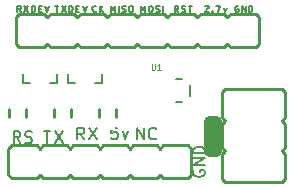
<source format=gto>
G04 --- HEADER BEGIN --- *
%TF.GenerationSoftware,LibrePCB,LibrePCB,0.1.3*%
%TF.CreationDate,2020-05-07T14:01:14*%
%TF.ProjectId,SprigFTDI - default,c1b4763c-5183-4b8f-a850-9e664554c68f,v1*%
%TF.Part,Single*%
%FSLAX66Y66*%
%MOMM*%
G01*
G74*
G04 --- HEADER END --- *
G04 --- APERTURE LIST BEGIN --- *
%ADD10C,0.25*%
%ADD11C,0.1524*%
%ADD12C,0.2*%
%ADD13C,0.1*%
%ADD14C,0.9*%
%ADD15O,1.787X2.39*%
%ADD16R,1.787X2.39*%
%ADD17R,1.2X1.6*%
%ADD18R,1.7X1.5*%
%ADD19R,1.45X0.95*%
%ADD20R,1.5X1.7*%
%ADD21R,1.26X0.85*%
%ADD22O,2.39X1.787*%
%ADD23R,2.39X1.787*%
G04 --- APERTURE LIST END --- *
G04 --- BOARD BEGIN --- *
D10*
X21445000Y11940000D02*
X19320000Y11940000D01*
X19050000Y12210000D01*
X18780000Y11940000D01*
X16780000Y11940000D01*
X16510000Y12210000D01*
X16240000Y11940000D01*
X14240000Y11940000D01*
X13970000Y12210000D01*
X13700000Y11940000D01*
X11700000Y11940000D01*
X11430000Y12210000D01*
X11160000Y11940000D01*
X9160000Y11940000D01*
X8890000Y12210000D01*
X8620000Y11940000D01*
X6620000Y11940000D01*
X6350000Y12210000D01*
X6080000Y11940000D01*
X4080000Y11940000D01*
X3810000Y12210000D01*
X3540000Y11940000D01*
X1415000Y11940000D01*
X1145000Y12210000D01*
X1145000Y14460000D01*
X1415000Y14730000D01*
X3540000Y14730000D01*
X3810000Y14460000D01*
X4080000Y14730000D01*
X6080000Y14730000D01*
X6350000Y14460000D01*
X6620000Y14730000D01*
X8620000Y14730000D01*
X8890000Y14460000D01*
X9160000Y14730000D01*
X11160000Y14730000D01*
X11430000Y14460000D01*
X11700000Y14730000D01*
X13700000Y14730000D01*
X13970000Y14460000D01*
X14240000Y14730000D01*
X16240000Y14730000D01*
X16510000Y14460000D01*
X16780000Y14730000D01*
X18780000Y14730000D01*
X19050000Y14460000D01*
X19320000Y14730000D01*
X21445000Y14730000D01*
X21715000Y14460000D01*
X21715000Y12210000D01*
X21445000Y11940000D01*
D11*
X1752600Y8864600D02*
X1752600Y9677400D01*
X4597400Y9677400D02*
X4597400Y8864600D01*
X4597400Y8864600D02*
X4038600Y8864600D01*
X2311400Y8864600D02*
X1752600Y8864600D01*
D10*
X5830000Y6025000D02*
X5830000Y6675000D01*
X4330000Y6025000D02*
X4330000Y6675000D01*
D12*
X14685000Y9205000D02*
X15160000Y9205000D01*
X14685000Y7305000D02*
X15160000Y7305000D01*
X15872500Y8730000D02*
X15872500Y7780000D01*
D10*
X9640000Y6025000D02*
X9640000Y6675000D01*
X8140000Y6025000D02*
X8140000Y6675000D01*
D11*
X5562600Y8864600D02*
X5562600Y9677400D01*
X8407400Y9677400D02*
X8407400Y8864600D01*
X8407400Y8864600D02*
X7848600Y8864600D01*
X6121400Y8864600D02*
X5562600Y8864600D01*
D10*
X23937500Y8110000D02*
X23937500Y5985000D01*
X23667500Y5715000D01*
X23937500Y5445000D01*
X23937500Y3445000D01*
X23667500Y3175000D01*
X23937500Y2905000D01*
X23937500Y780000D01*
X23667500Y510000D01*
X18877500Y510000D01*
X18607500Y780000D01*
X18607500Y2905000D01*
X18877500Y3175000D01*
X18607500Y3445000D01*
X18607500Y5445000D01*
X18877500Y5715000D01*
X18607500Y5985000D01*
X18607500Y8110000D01*
X18877500Y8380000D01*
X23667500Y8380000D01*
X23937500Y8110000D01*
X2020000Y6025000D02*
X2020000Y6675000D01*
X520000Y6025000D02*
X520000Y6675000D01*
X780000Y3617500D02*
X2905000Y3617500D01*
X3175000Y3347500D01*
X3445000Y3617500D01*
X5445000Y3617500D01*
X5715000Y3347500D01*
X5985000Y3617500D01*
X7985000Y3617500D01*
X8255000Y3347500D01*
X8525000Y3617500D01*
X10525000Y3617500D01*
X10795000Y3347500D01*
X11065000Y3617500D01*
X13065000Y3617500D01*
X13335000Y3347500D01*
X13605000Y3617500D01*
X15730000Y3617500D01*
X16000000Y3347500D01*
X16000000Y1097500D01*
X15730000Y827500D01*
X13605000Y827500D01*
X13335000Y1097500D01*
X13065000Y827500D01*
X11065000Y827500D01*
X10795000Y1097500D01*
X10525000Y827500D01*
X8525000Y827500D01*
X8255000Y1097500D01*
X7985000Y827500D01*
X5985000Y827500D01*
X5715000Y1097500D01*
X5445000Y827500D01*
X3445000Y827500D01*
X3175000Y1097500D01*
X2905000Y827500D01*
X780000Y827500D01*
X510000Y1097500D01*
X510000Y3347500D01*
X780000Y3617500D01*
D13*
X12631944Y10497500D02*
X12631944Y10092500D01*
X12655833Y10045278D01*
X12679722Y10021389D01*
X12726944Y9997500D01*
X12822500Y9997500D01*
X12870277Y10021389D01*
X12893611Y10045278D01*
X12917500Y10092500D01*
X12917500Y10497500D01*
X13403056Y9997500D02*
X13117500Y9997500D01*
X13260278Y9997500D02*
X13260278Y10497500D01*
X13212500Y10425833D01*
X13165278Y10378611D01*
X13117500Y10354722D01*
D14*
X17462500Y5715000D02*
X17462500Y5715000D01*
X17462500Y3175000D01*
X18097500Y3175000D01*
X18097500Y5715000D01*
X17462500Y5715000D01*
D12*
X1523611Y3810000D02*
X1190278Y4286667D01*
X952500Y3810000D02*
X952500Y4810000D01*
X1333611Y4810000D01*
X1429167Y4762222D01*
X1475833Y4714444D01*
X1523611Y4620000D01*
X1523611Y4476667D01*
X1475833Y4381111D01*
X1429167Y4333333D01*
X1333611Y4286667D01*
X952500Y4286667D01*
X1923611Y3857778D02*
X2066944Y3810000D01*
X2304722Y3810000D01*
X2400278Y3857778D01*
X2446944Y3905556D01*
X2494722Y4000000D01*
X2494722Y4095556D01*
X2446944Y4191111D01*
X2400278Y4238889D01*
X2304722Y4286667D01*
X2113611Y4333333D01*
X2019167Y4381111D01*
X1971389Y4428889D01*
X1923611Y4524444D01*
X1923611Y4620000D01*
X1971389Y4714444D01*
X2019167Y4762222D01*
X2113611Y4810000D01*
X2352500Y4810000D01*
X2494722Y4762222D01*
X11747500Y14922500D02*
X11747500Y15422500D01*
X11914167Y15065278D01*
X12080833Y15422500D01*
X12080833Y14922500D01*
X12499722Y15422500D02*
X12595277Y15422500D01*
X12642500Y15398611D01*
X12690277Y15350833D01*
X12714166Y15255833D01*
X12714166Y15089167D01*
X12690277Y14994167D01*
X12642500Y14946389D01*
X12595277Y14922500D01*
X12499722Y14922500D01*
X12452500Y14946389D01*
X12404722Y14994167D01*
X12380833Y15089167D01*
X12380833Y15255833D01*
X12404722Y15350833D01*
X12452500Y15398611D01*
X12499722Y15422500D01*
X13014166Y14946389D02*
X13085833Y14922500D01*
X13204722Y14922500D01*
X13252499Y14946389D01*
X13275833Y14970278D01*
X13299722Y15017500D01*
X13299722Y15065278D01*
X13275833Y15113056D01*
X13252499Y15136944D01*
X13204722Y15160833D01*
X13109166Y15184167D01*
X13061944Y15208056D01*
X13038055Y15231944D01*
X13014166Y15279722D01*
X13014166Y15327500D01*
X13038055Y15374722D01*
X13061944Y15398611D01*
X13109166Y15422500D01*
X13228610Y15422500D01*
X13299722Y15398611D01*
X13599722Y14922500D02*
X13599722Y15422500D01*
X9207500Y14922500D02*
X9207500Y15422500D01*
X9374167Y15065278D01*
X9540833Y15422500D01*
X9540833Y14922500D01*
X9840833Y14922500D02*
X9840833Y15422500D01*
X10140833Y14946389D02*
X10212500Y14922500D01*
X10331389Y14922500D01*
X10379166Y14946389D01*
X10402500Y14970278D01*
X10426389Y15017500D01*
X10426389Y15065278D01*
X10402500Y15113056D01*
X10379166Y15136944D01*
X10331389Y15160833D01*
X10235833Y15184167D01*
X10188611Y15208056D01*
X10164722Y15231944D01*
X10140833Y15279722D01*
X10140833Y15327500D01*
X10164722Y15374722D01*
X10188611Y15398611D01*
X10235833Y15422500D01*
X10355277Y15422500D01*
X10426389Y15398611D01*
X10845278Y15422500D02*
X10940833Y15422500D01*
X10988056Y15398611D01*
X11035833Y15350833D01*
X11059722Y15255833D01*
X11059722Y15089167D01*
X11035833Y14994167D01*
X10988056Y14946389D01*
X10940833Y14922500D01*
X10845278Y14922500D01*
X10798056Y14946389D01*
X10750278Y14994167D01*
X10726389Y15089167D01*
X10726389Y15255833D01*
X10750278Y15350833D01*
X10798056Y15398611D01*
X10845278Y15422500D01*
X11430000Y4127500D02*
X11430000Y5127500D01*
X12001111Y4127500D01*
X12001111Y5127500D01*
X13020000Y4223056D02*
X12972222Y4175278D01*
X12830000Y4127500D01*
X12734444Y4127500D01*
X12591111Y4175278D01*
X12496667Y4270833D01*
X12448889Y4365278D01*
X12401111Y4556389D01*
X12401111Y4698611D01*
X12448889Y4889722D01*
X12496667Y4984167D01*
X12591111Y5079722D01*
X12734444Y5127500D01*
X12830000Y5127500D01*
X12972222Y5079722D01*
X13020000Y5031944D01*
X16192778Y1523611D02*
X16145000Y1429167D01*
X16145000Y1285833D01*
X16192778Y1142500D01*
X16288333Y1048056D01*
X16382778Y1000278D01*
X16573889Y952500D01*
X16716111Y952500D01*
X16907222Y1000278D01*
X17001667Y1048056D01*
X17097222Y1142500D01*
X17145000Y1285833D01*
X17145000Y1381389D01*
X17097222Y1523611D01*
X17049444Y1571389D01*
X16716111Y1571389D01*
X16716111Y1381389D01*
X17145000Y1971389D02*
X16145000Y1971389D01*
X17145000Y2542500D01*
X16145000Y2542500D01*
X17145000Y2942500D02*
X16145000Y2942500D01*
X16145000Y3180278D01*
X16192778Y3323611D01*
X16288333Y3419167D01*
X16382778Y3465833D01*
X16573889Y3513611D01*
X16716111Y3513611D01*
X16907222Y3465833D01*
X17001667Y3419167D01*
X17097222Y3323611D01*
X17145000Y3180278D01*
X17145000Y2942500D01*
X3492500Y4810000D02*
X4063611Y4810000D01*
X3778056Y3810000D02*
X3778056Y4810000D01*
X4463611Y4810000D02*
X5130278Y3810000D01*
X5130278Y4810000D02*
X4463611Y3810000D01*
X14890556Y14922500D02*
X14723889Y15160833D01*
X14605000Y14922500D02*
X14605000Y15422500D01*
X14795556Y15422500D01*
X14843333Y15398611D01*
X14866667Y15374722D01*
X14890556Y15327500D01*
X14890556Y15255833D01*
X14866667Y15208056D01*
X14843333Y15184167D01*
X14795556Y15160833D01*
X14605000Y15160833D01*
X15190556Y14946389D02*
X15262223Y14922500D01*
X15381112Y14922500D01*
X15428889Y14946389D01*
X15452223Y14970278D01*
X15476112Y15017500D01*
X15476112Y15065278D01*
X15452223Y15113056D01*
X15428889Y15136944D01*
X15381112Y15160833D01*
X15285556Y15184167D01*
X15238334Y15208056D01*
X15214445Y15231944D01*
X15190556Y15279722D01*
X15190556Y15327500D01*
X15214445Y15374722D01*
X15238334Y15398611D01*
X15285556Y15422500D01*
X15405000Y15422500D01*
X15476112Y15398611D01*
X15776112Y15422500D02*
X16061668Y15422500D01*
X15918890Y14922500D02*
X15918890Y15422500D01*
X7929444Y14970278D02*
X7905556Y14946389D01*
X7834444Y14922500D01*
X7786667Y14922500D01*
X7715000Y14946389D01*
X7667778Y14994167D01*
X7643889Y15041389D01*
X7620000Y15136944D01*
X7620000Y15208056D01*
X7643889Y15303611D01*
X7667778Y15350833D01*
X7715000Y15398611D01*
X7786667Y15422500D01*
X7834444Y15422500D01*
X7905556Y15398611D01*
X7929444Y15374722D01*
X8229444Y14922500D02*
X8229444Y15422500D01*
X8515000Y14922500D02*
X8301111Y15208056D01*
X8515000Y15422500D02*
X8229444Y15136944D01*
X4445000Y15422500D02*
X4730556Y15422500D01*
X4587778Y14922500D02*
X4587778Y15422500D01*
X5030556Y15422500D02*
X5363889Y14922500D01*
X5363889Y15422500D02*
X5030556Y14922500D01*
X5663889Y14922500D02*
X5663889Y15422500D01*
X5782778Y15422500D01*
X5854445Y15398611D01*
X5902222Y15350833D01*
X5925556Y15303611D01*
X5949445Y15208056D01*
X5949445Y15136944D01*
X5925556Y15041389D01*
X5902222Y14994167D01*
X5854445Y14946389D01*
X5782778Y14922500D01*
X5663889Y14922500D01*
X6249445Y15184167D02*
X6416112Y15184167D01*
X6487778Y14922500D02*
X6249445Y14922500D01*
X6249445Y15422500D01*
X6487778Y15422500D01*
X6787778Y15422500D02*
X6954445Y14922500D01*
X7121111Y15422500D01*
X6921111Y4127500D02*
X6587778Y4604167D01*
X6350000Y4127500D02*
X6350000Y5127500D01*
X6731111Y5127500D01*
X6826667Y5079722D01*
X6873333Y5031944D01*
X6921111Y4937500D01*
X6921111Y4794167D01*
X6873333Y4698611D01*
X6826667Y4650833D01*
X6731111Y4604167D01*
X6350000Y4604167D01*
X7321111Y5127500D02*
X7987778Y4127500D01*
X7987778Y5127500D02*
X7321111Y4127500D01*
X19970556Y15398611D02*
X19923333Y15422500D01*
X19851667Y15422500D01*
X19780000Y15398611D01*
X19732778Y15350833D01*
X19708889Y15303611D01*
X19685000Y15208056D01*
X19685000Y15136944D01*
X19708889Y15041389D01*
X19732778Y14994167D01*
X19780000Y14946389D01*
X19851667Y14922500D01*
X19899444Y14922500D01*
X19970556Y14946389D01*
X19994444Y14970278D01*
X19994444Y15136944D01*
X19899444Y15136944D01*
X20294444Y14922500D02*
X20294444Y15422500D01*
X20580000Y14922500D01*
X20580000Y15422500D01*
X20880000Y14922500D02*
X20880000Y15422500D01*
X20998889Y15422500D01*
X21070556Y15398611D01*
X21118333Y15350833D01*
X21141667Y15303611D01*
X21165556Y15208056D01*
X21165556Y15136944D01*
X21141667Y15041389D01*
X21118333Y14994167D01*
X21070556Y14946389D01*
X20998889Y14922500D01*
X20880000Y14922500D01*
X1555556Y14922500D02*
X1388889Y15160833D01*
X1270000Y14922500D02*
X1270000Y15422500D01*
X1460556Y15422500D01*
X1508333Y15398611D01*
X1531667Y15374722D01*
X1555556Y15327500D01*
X1555556Y15255833D01*
X1531667Y15208056D01*
X1508333Y15184167D01*
X1460556Y15160833D01*
X1270000Y15160833D01*
X1855556Y15422500D02*
X2188889Y14922500D01*
X2188889Y15422500D02*
X1855556Y14922500D01*
X2488889Y14922500D02*
X2488889Y15422500D01*
X2607778Y15422500D01*
X2679445Y15398611D01*
X2727222Y15350833D01*
X2750556Y15303611D01*
X2774445Y15208056D01*
X2774445Y15136944D01*
X2750556Y15041389D01*
X2727222Y14994167D01*
X2679445Y14946389D01*
X2607778Y14922500D01*
X2488889Y14922500D01*
X3074445Y15184167D02*
X3241112Y15184167D01*
X3312778Y14922500D02*
X3074445Y14922500D01*
X3074445Y15422500D01*
X3312778Y15422500D01*
X3612778Y15422500D02*
X3779445Y14922500D01*
X3946111Y15422500D01*
X9730833Y5127500D02*
X9255278Y5127500D01*
X9207500Y4650833D01*
X9255278Y4698611D01*
X9350833Y4746389D01*
X9588611Y4746389D01*
X9684167Y4698611D01*
X9730833Y4650833D01*
X9778611Y4556389D01*
X9778611Y4317500D01*
X9730833Y4223056D01*
X9684167Y4175278D01*
X9588611Y4127500D01*
X9350833Y4127500D01*
X9255278Y4175278D01*
X9207500Y4223056D01*
X10178611Y4794167D02*
X10416389Y4127500D01*
X10655278Y4794167D01*
X17168889Y15374722D02*
X17192778Y15398611D01*
X17240000Y15422500D01*
X17359444Y15422500D01*
X17406667Y15398611D01*
X17430556Y15374722D01*
X17454444Y15327500D01*
X17454444Y15279722D01*
X17430556Y15208056D01*
X17145000Y14922500D01*
X17454444Y14922500D01*
X17778333Y14970278D02*
X17802222Y14946389D01*
X17778333Y14922500D01*
X17754444Y14946389D01*
X17778333Y14970278D01*
X17778333Y14922500D01*
X18102222Y15422500D02*
X18435555Y15422500D01*
X18221111Y14922500D01*
X18735555Y15255833D02*
X18854444Y14922500D01*
X18973888Y15255833D01*
%LPC*%
D15*
X2540000Y13335000D03*
X10160000Y13335000D03*
X7620000Y13335000D03*
D16*
X20320000Y13335000D03*
D15*
X17780000Y13335000D03*
X5080000Y13335000D03*
X15240000Y13335000D03*
X12700000Y13335000D03*
D17*
X2225000Y10625000D03*
X3175000Y8425000D03*
X4125000Y10625000D03*
D18*
X11430000Y8470000D03*
X11430000Y6770000D03*
D19*
X5080000Y7325000D03*
X5080000Y5375000D03*
D20*
X16090000Y5080000D03*
X14390000Y5080000D03*
D21*
X13972500Y7305000D03*
X15872500Y7305000D03*
X13972500Y8255000D03*
X15872500Y9205000D03*
X13972500Y9205000D03*
D19*
X8890000Y7325000D03*
X8890000Y5375000D03*
D17*
X6035000Y10625000D03*
X6985000Y8425000D03*
X7935000Y10625000D03*
D22*
X20002500Y1905000D03*
D23*
X20002500Y6985000D03*
D22*
X22542500Y4445000D03*
X22542500Y1905000D03*
X22542500Y6985000D03*
X20002500Y4445000D03*
D19*
X1270000Y7325000D03*
X1270000Y5375000D03*
D15*
X14605000Y2222500D03*
X9525000Y2222500D03*
X12065000Y2222500D03*
D16*
X1905000Y2222500D03*
D15*
X6985000Y2222500D03*
X4445000Y2222500D03*
G04 --- BOARD END --- *
%TF.MD5,93565528928cf68e3fa17fee8f1818d8*%
M02*

</source>
